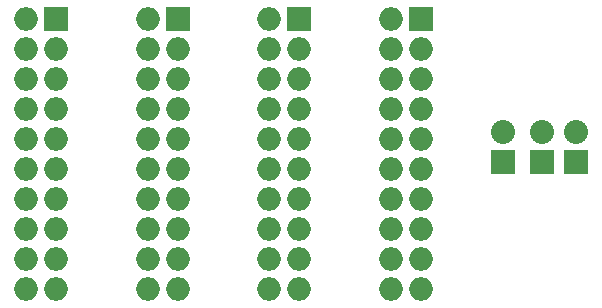
<source format=gbs>
G04 #@! TF.FileFunction,Soldermask,Bot*
%FSLAX46Y46*%
G04 Gerber Fmt 4.6, Leading zero omitted, Abs format (unit mm)*
G04 Created by KiCad (PCBNEW (2016-10-28 revision 192d4b8)-makepkg) date 11/16/16 20:27:21*
%MOMM*%
%LPD*%
G01*
G04 APERTURE LIST*
%ADD10C,0.150000*%
%ADD11O,2.000000X2.000000*%
%ADD12R,2.000000X2.000000*%
%ADD13R,2.032000X2.032000*%
%ADD14O,2.032000X2.032000*%
G04 APERTURE END LIST*
D10*
D11*
X33028944Y-28142675D03*
X35568944Y-28142675D03*
X33028944Y-25602675D03*
X35568944Y-25602675D03*
X33028944Y-23062675D03*
X35568944Y-23062675D03*
X33028944Y-20522675D03*
X35568944Y-20522675D03*
X33028944Y-17982675D03*
X35568944Y-17982675D03*
X33028944Y-15442675D03*
X35568944Y-15442675D03*
X33028944Y-12902675D03*
X35568944Y-12902675D03*
X33028944Y-10362675D03*
X35568944Y-10362675D03*
X33028944Y-7822675D03*
X35568944Y-7822675D03*
X33028944Y-5282675D03*
D12*
X35568944Y-5282675D03*
X25273944Y-5282675D03*
D11*
X22733944Y-5282675D03*
X25273944Y-7822675D03*
X22733944Y-7822675D03*
X25273944Y-10362675D03*
X22733944Y-10362675D03*
X25273944Y-12902675D03*
X22733944Y-12902675D03*
X25273944Y-15442675D03*
X22733944Y-15442675D03*
X25273944Y-17982675D03*
X22733944Y-17982675D03*
X25273944Y-20522675D03*
X22733944Y-20522675D03*
X25273944Y-23062675D03*
X22733944Y-23062675D03*
X25273944Y-25602675D03*
X22733944Y-25602675D03*
X25273944Y-28142675D03*
X22733944Y-28142675D03*
D12*
X14978944Y-5282675D03*
D11*
X12438944Y-5282675D03*
X14978944Y-7822675D03*
X12438944Y-7822675D03*
X14978944Y-10362675D03*
X12438944Y-10362675D03*
X14978944Y-12902675D03*
X12438944Y-12902675D03*
X14978944Y-15442675D03*
X12438944Y-15442675D03*
X14978944Y-17982675D03*
X12438944Y-17982675D03*
X14978944Y-20522675D03*
X12438944Y-20522675D03*
X14978944Y-23062675D03*
X12438944Y-23062675D03*
X14978944Y-25602675D03*
X12438944Y-25602675D03*
X14978944Y-28142675D03*
X12438944Y-28142675D03*
D12*
X4683944Y-5282675D03*
D11*
X2143944Y-5282675D03*
X4683944Y-7822675D03*
X2143944Y-7822675D03*
X4683944Y-10362675D03*
X2143944Y-10362675D03*
X4683944Y-12902675D03*
X2143944Y-12902675D03*
X4683944Y-15442675D03*
X2143944Y-15442675D03*
X4683944Y-17982675D03*
X2143944Y-17982675D03*
X4683944Y-20522675D03*
X2143944Y-20522675D03*
X4683944Y-23062675D03*
X2143944Y-23062675D03*
X4683944Y-25602675D03*
X2143944Y-25602675D03*
X4683944Y-28142675D03*
X2143944Y-28142675D03*
D13*
X42500000Y-17389998D03*
D14*
X42500000Y-14849998D03*
X45780000Y-14860000D03*
D13*
X45780000Y-17400000D03*
X48690000Y-17400000D03*
D14*
X48690000Y-14860000D03*
M02*

</source>
